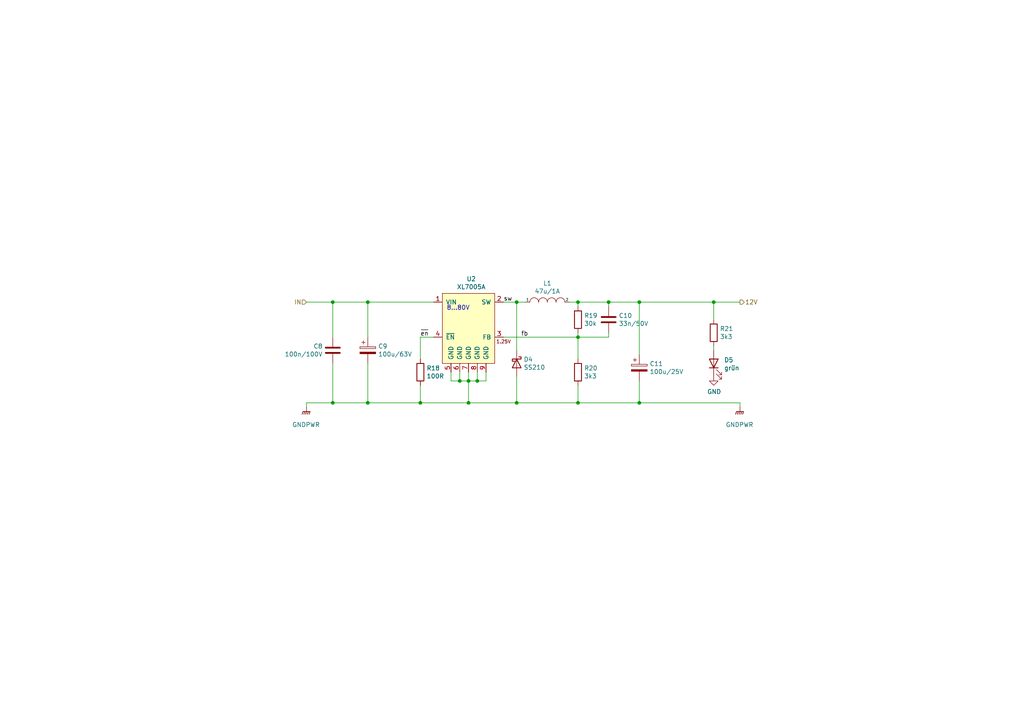
<source format=kicad_sch>
(kicad_sch (version 20211123) (generator eeschema)
  (paper "A4")
  (title_block (title "HTL Lötregler Mini") (date "2023-03-01") (rev "22.0.0") (company "HTL Steyr") (comment 1 "Prof. Karl Zeilhofer et al."))
  (lib_symbols
    (symbol "Device:C" (pin_numbers hide) (pin_names (offset 0.254))
      (property "Reference" "C" (at 0.635 2.54 0))
      (property "Value" "C" (at 0.635 -2.54 0))
      (symbol "C_0_1"
        (polyline (pts (xy -2.032 -0.762) (xy 2.032 -0.762)) (stroke (width 0.508)))
        (polyline (pts (xy -2.032 0.762) (xy 2.032 0.762)) (stroke (width 0.508)))
      )
      (symbol "C_1_1"
        (pin passive line (at 0 3.81 270) (length 2.794) (name "~") (number "1"))
        (pin passive line (at 0 -3.81 90) (length 2.794) (name "~") (number "2"))
      )
    )
    (symbol "Device:D_Schottky" (pin_numbers hide) (pin_names (offset 1.016) hide)
      (property "Reference" "D" (at 0 2.54 0))
      (property "Value" "D_Schottky" (at 0 -2.54 0))
      (symbol "D_Schottky_0_1"
        (polyline (pts (xy 1.27 0) (xy -1.27 0)))
        (polyline (pts (xy 1.27 1.27) (xy 1.27 -1.27) (xy -1.27 0) (xy 1.27 1.27)) (stroke (width 0.254)))
        (polyline (pts (xy -1.905 0.635) (xy -1.905 1.27) (xy -1.27 1.27) (xy -1.27 -1.27) (xy -0.635 -1.27) (xy -0.635 -0.635)) (stroke (width 0.254)))
      )
      (symbol "D_Schottky_1_1"
        (pin passive line (at -3.81 0 0) (length 2.54) (name "K") (number "1"))
        (pin passive line (at 3.81 0 180) (length 2.54) (name "A") (number "2"))
      )
    )
    (symbol "Device:LED" (pin_numbers hide) (pin_names (offset 1.016) hide)
      (property "Reference" "D" (at 0 2.54 0))
      (property "Value" "LED" (at 0 -2.54 0))
      (symbol "LED_0_1"
        (polyline (pts (xy -1.27 -1.27) (xy -1.27 1.27)) (stroke (width 0.254)))
        (polyline (pts (xy -1.27 0) (xy 1.27 0)))
        (polyline (pts (xy 1.27 -1.27) (xy 1.27 1.27) (xy -1.27 0) (xy 1.27 -1.27)) (stroke (width 0.254)))
        (polyline (pts (xy -3.048 -0.762) (xy -4.572 -2.286) (xy -3.81 -2.286) (xy -4.572 -2.286) (xy -4.572 -1.524)))
        (polyline (pts (xy -1.778 -0.762) (xy -3.302 -2.286) (xy -2.54 -2.286) (xy -3.302 -2.286) (xy -3.302 -1.524)))
      )
      (symbol "LED_1_1"
        (pin passive line (at -3.81 0 0) (length 2.54) (name "K") (number "1"))
        (pin passive line (at 3.81 0 180) (length 2.54) (name "A") (number "2"))
      )
    )
    (symbol "Device:R" (pin_numbers hide) (pin_names (offset 0))
      (property "Reference" "R" (at 2.032 0 90))
      (property "Value" "R" (at 0 0 90))
      (symbol "R_0_1"
        (rectangle (start -1.016 -2.54) (end 1.016 2.54) (stroke (width 0.254)))
      )
      (symbol "R_1_1"
        (pin passive line (at 0 3.81 270) (length 1.27) (name "~") (number "1"))
        (pin passive line (at 0 -3.81 90) (length 1.27) (name "~") (number "2"))
      )
    )
    (symbol "htl_ics:XL7005A" (pin_names (offset 1.016))
      (property "Reference" "U" (at -6.35 8.89 0))
      (property "Value" "XL7005A" (at -2.54 6.35 0))
      (symbol "XL7005A_0_0"
        (text "1.25V" (at 10.16 -8.89 0) (effects (font (size 0.9906 0.9906))))
      )
      (symbol "XL7005A_0_1"
        (rectangle (start -7.62 5.08) (end 7.62 -15.24) (fill (type background)))
      )
      (symbol "XL7005A_1_1"
        (pin power_in line (at -10.16 2.54 0) (length 2.54) (name "VIN") (number "1"))
        (pin passive line (at 10.16 2.54 180) (length 2.54) (name "SW") (number "2"))
        (pin passive line (at 10.16 -7.62 180) (length 2.54) (name "FB") (number "3"))
        (pin input line (at -10.16 -7.62 0) (length 2.54) (name "~{EN}") (number "4"))
        (pin power_in line (at -5.08 -17.78 90) (length 2.54) (name "GND") (number "5"))
        (pin power_in line (at -2.54 -17.78 90) (length 2.54) (name "GND") (number "6"))
        (pin power_in line (at 0 -17.78 90) (length 2.54) (name "GND") (number "7"))
        (pin power_in line (at 2.54 -17.78 90) (length 2.54) (name "GND") (number "8"))
        (pin power_in line (at 5.08 -17.78 90) (length 2.54) (name "GND") (number "9"))
      )
    )
    (symbol "jbc-miniregler-rescue:CP-Device" (pin_numbers hide) (pin_names (offset 0.254))
      (property "Reference" "C" (at 0.635 2.54 0))
      (property "Value" "CP-Device" (at 0.635 -2.54 0))
      (symbol "CP-Device_0_1"
        (rectangle (start -2.286 0.508) (end 2.286 1.016))
        (polyline (pts (xy -1.778 2.286) (xy -0.762 2.286)))
        (polyline (pts (xy -1.27 2.794) (xy -1.27 1.778)))
        (rectangle (start 2.286 -0.508) (end -2.286 -1.016) (fill (type outline)))
      )
      (symbol "CP-Device_1_1"
        (pin passive line (at 0 3.81 270) (length 2.794) (name "~") (number "1"))
        (pin passive line (at 0 -3.81 90) (length 2.794) (name "~") (number "2"))
      )
    )
    (symbol "power:GND" (power) (pin_names (offset 0))
      (property "Value" "GND" (at 0 -3.81 0))
      (symbol "GND_0_1"
        (polyline (pts (xy 0 0) (xy 0 -1.27) (xy 1.27 -1.27) (xy 0 -2.54) (xy -1.27 -1.27) (xy 0 -1.27)))
      )
      (symbol "GND_1_1"
        (pin power_in line (at 0 0 270) (length 0) hide (name "GND") (number "1"))
      )
    )
    (symbol "power:GNDPWR" (power) (pin_names (offset 0))
      (property "Value" "GNDPWR" (at 0 -3.302 0))
      (symbol "GNDPWR_0_1"
        (polyline (pts (xy 0 -1.27) (xy 0 0)))
        (polyline (pts (xy -1.016 -1.27) (xy -1.27 -2.032) (xy -1.27 -2.032)) (stroke (width 0.2032)))
        (polyline (pts (xy -0.508 -1.27) (xy -0.762 -2.032) (xy -0.762 -2.032)) (stroke (width 0.2032)))
        (polyline (pts (xy 0 -1.27) (xy -0.254 -2.032) (xy -0.254 -2.032)) (stroke (width 0.2032)))
        (polyline (pts (xy 0.508 -1.27) (xy 0.254 -2.032) (xy 0.254 -2.032)) (stroke (width 0.2032)))
        (polyline (pts (xy 1.016 -1.27) (xy -1.016 -1.27) (xy -1.016 -1.27)) (stroke (width 0.2032)))
        (polyline (pts (xy 1.016 -1.27) (xy 0.762 -2.032) (xy 0.762 -2.032) (xy 0.762 -2.032)) (stroke (width 0.2032)))
      )
      (symbol "GNDPWR_1_1"
        (pin power_in line (at 0 0 270) (length 0) hide (name "GNDPWR") (number "1"))
      )
    )
    (symbol "pspice:INDUCTOR" (pin_numbers hide) (pin_names (offset 0))
      (property "Reference" "L" (at 0 2.54 0))
      (property "Value" "INDUCTOR" (at 0 -1.27 0))
      (symbol "INDUCTOR_0_1"
        (arc (start -2.54 0) (mid -3.81 1.27) (end -5.08 0))
        (arc (start 0 0) (mid -1.27 1.27) (end -2.54 0))
        (arc (start 2.54 0) (mid 1.27 1.27) (end 0 0))
        (arc (start 5.08 0) (mid 3.81 1.27) (end 2.54 0))
      )
      (symbol "INDUCTOR_1_1"
        (pin input line (at -6.35 0 0) (length 1.27) (name "1") (number "1"))
        (pin input line (at 6.35 0 180) (length 1.27) (name "2") (number "2"))
      )
    )
  )
  (junction (at 167.64 87.63))
  (junction (at 106.68 116.84))
  (junction (at 96.52 87.63))
  (junction (at 138.43 110.49))
  (junction (at 135.89 116.84))
  (junction (at 167.64 116.84))
  (junction (at 149.86 116.84))
  (junction (at 167.64 97.79))
  (junction (at 133.35 110.49))
  (junction (at 121.92 116.84))
  (junction (at 96.52 116.84))
  (junction (at 135.89 110.49))
  (junction (at 149.86 87.63))
  (junction (at 176.53 87.63))
  (junction (at 106.68 87.63))
  (junction (at 185.42 116.84))
  (junction (at 185.42 87.63))
  (junction (at 207.01 87.63))
  (wire (pts (xy 185.42 87.63) (xy 185.42 102.87)))
  (wire (pts (xy 88.9 116.84) (xy 88.9 118.11)))
  (wire (pts (xy 96.52 97.79) (xy 96.52 87.63)))
  (wire (pts (xy 176.53 87.63) (xy 185.42 87.63)))
  (wire (pts (xy 135.89 110.49) (xy 138.43 110.49)))
  (wire (pts (xy 133.35 107.95) (xy 133.35 110.49)))
  (wire (pts (xy 167.64 97.79) (xy 176.53 97.79)))
  (wire (pts (xy 146.05 97.79) (xy 167.64 97.79)))
  (wire (pts (xy 207.01 101.6) (xy 207.01 100.33)))
  (wire (pts (xy 135.89 107.95) (xy 135.89 110.49)))
  (wire (pts (xy 88.9 87.63) (xy 96.52 87.63)))
  (wire (pts (xy 135.89 116.84) (xy 149.86 116.84)))
  (wire (pts (xy 130.81 107.95) (xy 130.81 110.49)))
  (wire (pts (xy 207.01 92.71) (xy 207.01 87.63)))
  (wire (pts (xy 125.73 87.63) (xy 106.68 87.63)))
  (wire (pts (xy 138.43 110.49) (xy 138.43 107.95)))
  (wire (pts (xy 176.53 87.63) (xy 176.53 88.9)))
  (wire (pts (xy 167.64 116.84) (xy 185.42 116.84)))
  (wire (pts (xy 165.1 87.63) (xy 167.64 87.63)))
  (wire (pts (xy 96.52 116.84) (xy 106.68 116.84)))
  (wire (pts (xy 106.68 97.79) (xy 106.68 87.63)))
  (wire (pts (xy 135.89 116.84) (xy 135.89 110.49)))
  (wire (pts (xy 146.05 87.63) (xy 149.86 87.63)))
  (wire (pts (xy 130.81 110.49) (xy 133.35 110.49)))
  (wire (pts (xy 185.42 87.63) (xy 207.01 87.63)))
  (wire (pts (xy 121.92 111.76) (xy 121.92 116.84)))
  (wire (pts (xy 149.86 101.6) (xy 149.86 87.63)))
  (wire (pts (xy 106.68 116.84) (xy 121.92 116.84)))
  (wire (pts (xy 214.63 116.84) (xy 214.63 118.11)))
  (wire (pts (xy 167.64 97.79) (xy 167.64 104.14)))
  (wire (pts (xy 140.97 110.49) (xy 140.97 107.95)))
  (wire (pts (xy 207.01 87.63) (xy 214.63 87.63)))
  (wire (pts (xy 149.86 116.84) (xy 149.86 109.22)))
  (wire (pts (xy 185.42 110.49) (xy 185.42 116.84)))
  (wire (pts (xy 125.73 97.79) (xy 121.92 97.79)))
  (wire (pts (xy 106.68 87.63) (xy 96.52 87.63)))
  (wire (pts (xy 149.86 116.84) (xy 167.64 116.84)))
  (wire (pts (xy 133.35 110.49) (xy 135.89 110.49)))
  (wire (pts (xy 167.64 87.63) (xy 176.53 87.63)))
  (wire (pts (xy 167.64 96.52) (xy 167.64 97.79)))
  (wire (pts (xy 121.92 116.84) (xy 135.89 116.84)))
  (wire (pts (xy 106.68 116.84) (xy 106.68 105.41)))
  (wire (pts (xy 88.9 116.84) (xy 96.52 116.84)))
  (wire (pts (xy 167.64 111.76) (xy 167.64 116.84)))
  (wire (pts (xy 176.53 97.79) (xy 176.53 96.52)))
  (wire (pts (xy 167.64 87.63) (xy 167.64 88.9)))
  (wire (pts (xy 149.86 87.63) (xy 152.4 87.63)))
  (wire (pts (xy 96.52 116.84) (xy 96.52 105.41)))
  (wire (pts (xy 121.92 97.79) (xy 121.92 104.14)))
  (wire (pts (xy 138.43 110.49) (xy 140.97 110.49)))
  (wire (pts (xy 185.42 116.84) (xy 214.63 116.84)))
  (text "8...80V" (at 129.54 90.17 0) (effects (font (size 1.27 1.27)) (justify left bottom)))
  (label "~{en}" (at 121.92 97.79 0))
  (label "sw" (at 146.05 87.63 0))
  (label "fb" (at 151.13 97.79 0))
  (hierarchical_label "IN" (shape input) (at 88.9 87.63 180))
  (hierarchical_label "12V" (shape output) (at 214.63 87.63 0))
  (symbol (lib_id "htl_ics:XL7005A") (at 135.89 90.17 0) (unit 1)
    (property "Reference" "U2" (at 136.6774 80.899 0))
    (property "Value" "XL7005A" (at 136.6774 83.2104 0))
    (property "Footprint" "htl_smd:SOIC-8-1EP_3.9x4.9mm_P1.27mm_EP2.514x3.2mm_ThermalVias" (effects hide))
    (property "Datasheet" "https://datasheet.lcsc.com/lcsc/1811081614_XLSEMI-XL7005A_C50848.pdf" (effects hide))
    (property "Distributor" "LCSC" (effects hide))
    (property "DistOrderNr" "C50848" (effects hide))
    (property "PriceEUR" "0.204" (effects hide))
    (property "PriceForQty" "100" (effects hide))
    (property "ManPartNr" "XL7005A" (effects hide))
    (property "Manufacturer" "XLSEMI" (effects hide))
    (property "Notes" "80V 400mA SOP-8_EP_150mil DC-DC Converters" (effects hide))
  )
  (symbol (lib_id "pspice:INDUCTOR") (at 158.75 87.63 0) (unit 1)
    (property "Reference" "L1" (at 158.75 82.169 0))
    (property "Value" "47u/1A" (at 158.75 84.4804 0))
    (property "Footprint" "htl_smd:L_7.3x7.3_H4.5_C216198" (effects hide))
    (property "Datasheet" "https://datasheet.lcsc.com/lcsc/1811131654_Sunltech-Tech-SLH0704S470MTT_C216198.pdf" (effects hide))
    (property "Distributor" "LCSC" (effects hide))
    (property "DistOrderNr" "C216198" (effects hide))
    (property "PriceEUR" "0.085" (effects hide))
    (property "PriceForQty" "100" (effects hide))
    (property "ManPartNr" "SLH0704S470MTT" (effects hide))
    (property "Manufacturer" "Sunltech Tech" (effects hide))
    (property "Notes" "47uH ±20% 1A 266mΩ SMD,7.3x7.3x4.5mm" (effects hide))
  )
  (symbol (lib_id "Device:D_Schottky") (at 149.86 105.41 270) (unit 1)
    (property "Reference" "D4" (at 151.8666 104.2416 90) (effects (justify left)))
    (property "Value" "SS210" (at 151.8666 106.553 90) (effects (justify left)))
    (property "Footprint" "htl_smd:D_SMA_wide" (effects hide))
    (property "Datasheet" "https://datasheet.lcsc.com/lcsc/2101111838_ZHIDE-SS210A-W_C2683692.pdf" (effects hide))
    (property "DistOrderNr" "C2683692" (effects hide))
    (property "Distributor" "LCSC" (effects hide))
    (property "ManPartNr" "SS210A-W" (effects hide))
    (property "Manufacturer" "ZHIDE" (effects hide))
    (property "Notes" "100V 2A 850mV @ 2A SMA(DO-214AC) Schottky Barrier Diodes" (effects hide))
    (property "PriceEUR" "0.0155" (effects hide))
    (property "PriceForQty" "200" (effects hide))
  )
  (symbol (lib_id "Device:R") (at 167.64 92.71 0) (unit 1)
    (property "Reference" "R19" (at 169.418 91.5416 0) (effects (justify left)))
    (property "Value" "30k" (at 169.418 93.853 0) (effects (justify left)))
    (property "Footprint" "Resistor_SMD:R_1206_3216Metric" (effects hide))
    (property "Datasheet" "https://datasheet.lcsc.com/lcsc/1810241230_YAGEO-RC1206FR-0730KL_C137314.pdf" (effects hide))
    (property "PriceEUR" "0.01" (effects hide))
    (property "DistOrderNr" "C137314" (effects hide))
    (property "Distributor" "LCSC" (effects hide))
    (property "ManPartNr" "RC1206FR-0730KL" (effects hide))
    (property "Manufacturer" "YAGEO" (effects hide))
    (property "Notes" "250mW Thick Film Resistors 200V ±100ppm/℃ ±1%" (effects hide))
  )
  (symbol (lib_id "Device:R") (at 167.64 107.95 0) (unit 1)
    (property "Reference" "R20" (at 169.418 106.7816 0) (effects (justify left)))
    (property "Value" "3k3" (at 169.418 109.093 0) (effects (justify left)))
    (property "Footprint" "Resistor_SMD:R_1206_3216Metric" (effects hide))
    (property "Datasheet" "https://datasheet.lcsc.com/lcsc/1810241114_YAGEO-AC1206FR-073K3L_C229599.pdf" (effects hide))
    (property "PriceEUR" "0.01" (effects hide))
    (property "DistOrderNr" "C137292" (effects hide))
    (property "Distributor" "LCSC" (effects hide))
    (property "ManPartNr" "AC1206FR-073K3L" (effects hide))
    (property "Manufacturer" "YAGEO" (effects hide))
    (property "Notes" "250mW Thick Film Resistors 200V ±100ppm/℃ ±1%" (effects hide))
  )
  (symbol (lib_id "Device:C") (at 176.53 92.71 0) (unit 1)
    (property "Reference" "C10" (at 179.451 91.5416 0) (effects (justify left)))
    (property "Value" "33n/50V" (at 179.451 93.853 0) (effects (justify left)))
    (property "Footprint" "Capacitor_SMD:C_1206_3216Metric" (effects hide))
    (property "Datasheet" "https://datasheet.lcsc.com/lcsc/1810261112_CCTC-TCC1206X7R333K500DT_C309052.pdf" (effects hide))
    (property "DistOrderNr" "C309052" (effects hide))
    (property "Distributor" "LCSC" (effects hide))
    (property "ManPartNr" "TCC1206X7R333K500DT" (effects hide))
    (property "Manufacturer" "CCTC" (effects hide))
    (property "PriceEUR" "0.0144" (effects hide))
    (property "PriceForQty" "50" (effects hide))
    (property "Notes" "33nF 50 VX7R ±10% 1206 MLCC" (effects hide))
  )
  (symbol (lib_id "jbc-miniregler-rescue:CP-Device") (at 106.68 101.6 0) (unit 1)
    (property "Reference" "C9" (at 109.6772 100.4316 0) (effects (justify left)))
    (property "Value" "100u/63V" (at 109.6772 102.743 0) (effects (justify left)))
    (property "Footprint" "Capacitor_SMD:CP_Elec_8x10" (effects hide))
    (property "Datasheet" "https://datasheet.lcsc.com/lcsc/2002201612_Ymin-VKMD1001J101MV_C487384.pdf" (effects hide))
    (property "DistOrderNr" "C487384" (effects hide))
    (property "Distributor" "LCSC" (effects hide))
    (property "ManPartNr" "VKMD1001J101MV" (effects hide))
    (property "Manufacturer" "Ymin" (effects hide))
    (property "Notes" "100uF ±20% 63V 8mm 10mm 902mA @ 100kHz 10000hrs @ 105℃ -55℃~+105℃ SMD,8x10mm Aluminum Electrolytic Capacitors" (effects hide))
    (property "PriceEUR" "0.0698" (effects hide))
    (property "PriceForQty" "150" (effects hide))
  )
  (symbol (lib_id "jbc-miniregler-rescue:CP-Device") (at 185.42 106.68 0) (unit 1)
    (property "Reference" "C11" (at 188.4172 105.5116 0) (effects (justify left)))
    (property "Value" "100u/25V" (at 188.4172 107.823 0) (effects (justify left)))
    (property "Footprint" "Capacitor_SMD:CP_Elec_6.3x5.9" (effects hide))
    (property "Datasheet" "https://datasheet.lcsc.com/lcsc/1810261549_AISHI-Aihua-Group-SVZ1EM101E06E00RAXXX_C320569.pdf" (effects hide))
    (property "DistOrderNr" "C320569" (effects hide))
    (property "Distributor" "LCSC" (effects hide))
    (property "ManPartNr" "SVZ1EM101E06E00RAXXX" (effects hide))
    (property "Manufacturer" "AISHI" (effects hide))
    (property "Notes" "25V 100uF ±20% SMD" (effects hide))
    (property "PriceEUR" "0.1485" (effects hide))
    (property "PriceForQty" "30" (effects hide))
  )
  (symbol (lib_id "Device:C") (at 96.52 101.6 0) (mirror y) (unit 1)
    (property "Reference" "C8" (at 93.599 100.4316 0) (effects (justify left)))
    (property "Value" "100n/100V" (at 93.599 102.743 0) (effects (justify left)))
    (property "Footprint" "Capacitor_SMD:C_1206_3216Metric" (effects hide))
    (property "Datasheet" "https://datasheet.lcsc.com/lcsc/1810251120_Samsung-Electro-Mechanics-CL31B104KCFNNNE_C1945.pdf" (effects hide))
    (property "DistOrderNr" "C1945" (effects hide))
    (property "Distributor" "LCSC" (effects hide))
    (property "ManPartNr" "CL31B104KCFNNNE" (effects hide))
    (property "Manufacturer" "Samsung Electro-Mechanics" (effects hide))
    (property "Notes" "100nF ±10% 100V X7R  Multilayer Ceramic Capacitors MLCC" (effects hide))
    (property "PriceEUR" "0.014" (effects hide))
    (property "PriceForQty" "200" (effects hide))
  )
  (symbol (lib_id "Device:R") (at 121.92 107.95 0) (unit 1)
    (property "Reference" "R18" (at 123.698 106.7816 0) (effects (justify left)))
    (property "Value" "100R" (at 123.698 109.093 0) (effects (justify left)))
    (property "Footprint" "Resistor_SMD:R_1206_3216Metric" (effects hide))
    (property "Datasheet" "https://datasheet.lcsc.com/lcsc/1811141436_Ever-Ohms-Tech-CR1206F100RP05Z_C245445.pdf" (effects hide))
    (property "PriceEUR" "0.0030" (effects hide))
    (property "DistOrderNr" "C245445" (effects hide))
    (property "Distributor" "LCSC" (effects hide))
    (property "ManPartNr" "CR1206F100RP05Z" (effects hide))
    (property "Manufacturer" "Ever Ohms Tech" (effects hide))
    (property "Notes" "0.25W ±1% ±100ppm/℃ 100Ω 1206" (effects hide))
    (property "PriceForQty" "500" (effects hide))
  )
  (symbol (lib_id "Device:R") (at 207.01 96.52 0) (unit 1)
    (property "Reference" "R21" (at 208.788 95.3516 0) (effects (justify left)))
    (property "Value" "3k3" (at 208.788 97.663 0) (effects (justify left)))
    (property "Footprint" "Resistor_SMD:R_1206_3216Metric" (effects hide))
    (property "Datasheet" "https://datasheet.lcsc.com/lcsc/1810241114_YAGEO-AC1206FR-073K3L_C229599.pdf" (effects hide))
    (property "PriceEUR" "0.01" (effects hide))
    (property "DistOrderNr" "C137292" (effects hide))
    (property "Distributor" "LCSC" (effects hide))
    (property "ManPartNr" "AC1206FR-073K3L" (effects hide))
    (property "Manufacturer" "YAGEO" (effects hide))
    (property "Notes" "250mW Thick Film Resistors 200V ±100ppm/℃ ±1%" (effects hide))
  )
  (symbol (lib_id "Device:LED") (at 207.01 105.41 90) (unit 1)
    (property "Reference" "D5" (at 210.0072 104.4194 90) (effects (justify right)))
    (property "Value" "grün" (at 210.0072 106.7308 90) (effects (justify right)))
    (property "Footprint" "LED_SMD:LED_1206_3216Metric" (effects hide))
    (property "Datasheet" "https://datasheet.lcsc.com/lcsc/2101041032_XINGLIGHT-XL-3216UGC_C965825.pdf" (effects hide))
    (property "Distributor" "LCSC" (effects hide))
    (property "DistOrderNr" "C965825" (effects hide))
    (property "PriceEUR" "0.0067" (effects hide))
    (property "PriceForQty" "50" (effects hide))
    (property "ManPartNr" "XL-3216UGC" (effects hide))
    (property "Manufacturer" "Xinglight" (effects hide))
    (property "Notes" "25mA 534nm 80mW 1206 LED" (effects hide))
  )
  (symbol (lib_id "power:GND") (at 207.01 109.22 0) (unit 1)
    (property "Reference" "#PWR016" (effects hide))
    (property "Value" "GND" (at 207.137 113.6142 0))
  )
  (symbol (lib_id "power:GNDPWR") (at 88.9 118.11 0) (unit 1)
    (property "Reference" "#PWR0103" (effects hide))
    (property "Value" "GNDPWR" (at 88.773 123.19 0))
  )
  (symbol (lib_id "power:GNDPWR") (at 214.63 118.11 0) (unit 1)
    (property "Reference" "#PWR0104" (effects hide))
    (property "Value" "GNDPWR" (at 214.503 123.19 0))
  )
)
</source>
